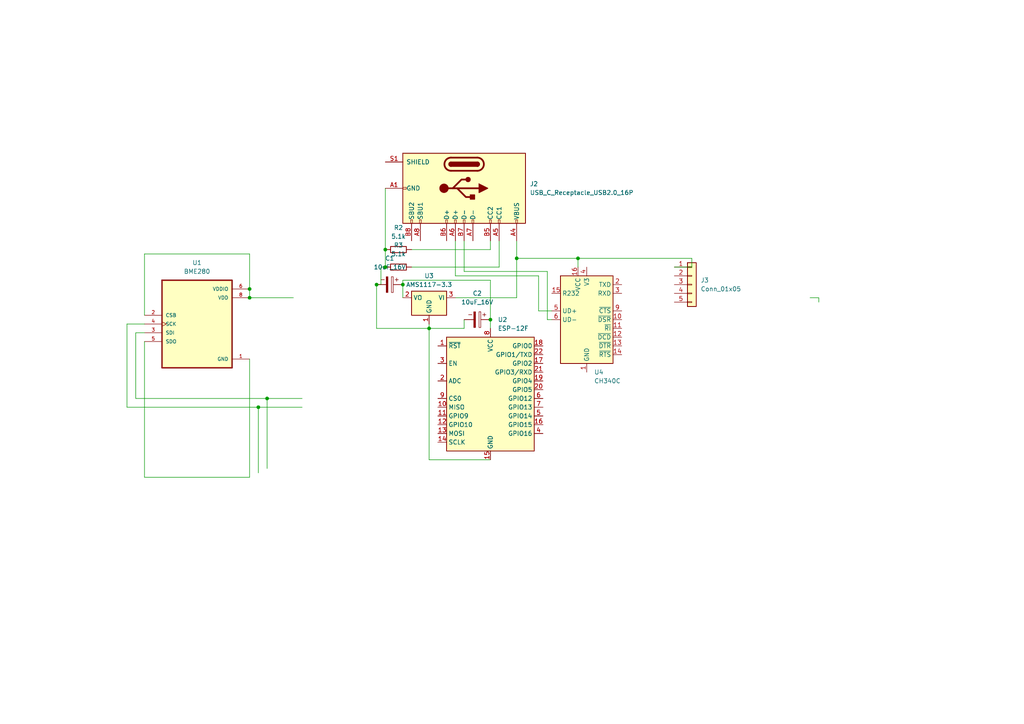
<source format=kicad_sch>
(kicad_sch (version 20250114) (generator "eeschema") (generator_version "9.0")
  (paper "A4")
  (lib_symbols
    (symbol "BME280:BME280" (pin_names (offset 1.016))
      (property "Reference" "U" (at -10.1662 13.3431 0))
      (property "Value" "BME280" (at -10.1683 -15.2524 0))
      (symbol "BME280_0_0"
        (rectangle (start -10.16 -12.7) (end 10.16 12.7) (stroke (width 0.4064)) (fill (type background)))
        (pin input line (at -15.24 2.54 0) (length 5.08) (name "CSB") (number "2"))
        (pin input clock (at -15.24 0 0) (length 5.08) (name "SCK") (number "4"))
        (pin bidirectional line (at -15.24 -2.54 0) (length 5.08) (name "SDI") (number "3"))
        (pin bidirectional line (at -15.24 -5.08 0) (length 5.08) (name "SDO") (number "5"))
        (pin power_in line (at 15.24 10.16 180) (length 5.08) (name "VDDIO") (number "6"))
        (pin power_in line (at 15.24 7.62 180) (length 5.08) (name "VDD") (number "8"))
        (pin power_in line (at 15.24 -10.16 180) (length 5.08) (name "GND") (number "1"))
        (pin power_in line (at 15.24 -10.16 180) (length 5.08) (hide yes) (name "GND") (number "7"))
      )
    )
    (symbol "Connector:USB_C_Receptacle_USB2.0_16P" (pin_names (offset 1.016))
      (property "Reference" "J" (at 0 22.225 0))
      (property "Value" "USB_C_Receptacle_USB2.0_16P" (at 0 19.685 0))
      (symbol "USB_C_Receptacle_USB2.0_16P_0_0"
        (rectangle (start -0.254 -17.78) (end 0.254 -16.764))
        (rectangle (start 10.16 15.494) (end 9.144 14.986))
        (rectangle (start 10.16 10.414) (end 9.144 9.906))
        (rectangle (start 10.16 7.874) (end 9.144 7.366))
        (rectangle (start 10.16 2.794) (end 9.144 2.286))
        (rectangle (start 10.16 0.254) (end 9.144 -0.254))
        (rectangle (start 10.16 -2.286) (end 9.144 -2.794))
        (rectangle (start 10.16 -4.826) (end 9.144 -5.334))
        (rectangle (start 10.16 -12.446) (end 9.144 -12.954))
        (rectangle (start 10.16 -14.986) (end 9.144 -15.494))
      )
      (symbol "USB_C_Receptacle_USB2.0_16P_0_1"
        (rectangle (start -10.16 17.78) (end 10.16 -17.78) (stroke (width 0.254)) (fill (type background)))
        (polyline (pts (xy -8.89 -3.81) (xy -8.89 3.81)) (stroke (width 0.508)))
        (rectangle (start -7.62 -3.81) (end -6.35 3.81) (stroke (width 0.254)) (fill (type outline)))
        (arc (start -7.62 3.81) (mid -6.985 4.4423) (end -6.35 3.81) (stroke (width 0.254)))
        (arc (start -7.62 3.81) (mid -6.985 4.4423) (end -6.35 3.81) (stroke (width 0.254)) (fill (type outline)))
        (arc (start -8.89 3.81) (mid -6.985 5.7067) (end -5.08 3.81) (stroke (width 0.508)))
        (arc (start -5.08 -3.81) (mid -6.985 -5.7067) (end -8.89 -3.81) (stroke (width 0.508)))
        (arc (start -6.35 -3.81) (mid -6.985 -4.4423) (end -7.62 -3.81) (stroke (width 0.254)))
        (arc (start -6.35 -3.81) (mid -6.985 -4.4423) (end -7.62 -3.81) (stroke (width 0.254)) (fill (type outline)))
        (polyline (pts (xy -5.08 3.81) (xy -5.08 -3.81)) (stroke (width 0.508)))
        (circle (center -2.54 1.143) (radius 0.635) (stroke (width 0.254)) (fill (type outline)))
        (polyline (pts (xy -1.27 4.318) (xy 0 6.858) (xy 1.27 4.318) (xy -1.27 4.318)) (stroke (width 0.254)) (fill (type outline)))
        (polyline (pts (xy 0 -2.032) (xy 2.54 0.508) (xy 2.54 1.778)) (stroke (width 0.508)))
        (polyline (pts (xy 0 -3.302) (xy -2.54 -0.762) (xy -2.54 0.508)) (stroke (width 0.508)))
        (polyline (pts (xy 0 -5.842) (xy 0 4.318)) (stroke (width 0.508)))
        (circle (center 0 -5.842) (radius 1.27) (fill (type outline)))
        (rectangle (start 1.905 1.778) (end 3.175 3.048) (stroke (width 0.254)) (fill (type outline)))
      )
      (symbol "USB_C_Receptacle_USB2.0_16P_1_1"
        (pin passive line (at -7.62 -22.86 90) (length 5.08) (name "SHIELD") (number "S1"))
        (pin passive line (at 0 -22.86 90) (length 5.08) (name "GND") (number "A1"))
        (pin passive line (at 0 -22.86 90) (length 5.08) (hide yes) (name "GND") (number "A12"))
        (pin passive line (at 0 -22.86 90) (length 5.08) (hide yes) (name "GND") (number "B1"))
        (pin passive line (at 0 -22.86 90) (length 5.08) (hide yes) (name "GND") (number "B12"))
        (pin passive line (at 15.24 15.24 180) (length 5.08) (name "VBUS") (number "A4"))
        (pin passive line (at 15.24 15.24 180) (length 5.08) (hide yes) (name "VBUS") (number "A9"))
        (pin passive line (at 15.24 15.24 180) (length 5.08) (hide yes) (name "VBUS") (number "B4"))
        (pin passive line (at 15.24 15.24 180) (length 5.08) (hide yes) (name "VBUS") (number "B9"))
        (pin bidirectional line (at 15.24 10.16 180) (length 5.08) (name "CC1") (number "A5"))
        (pin bidirectional line (at 15.24 7.62 180) (length 5.08) (name "CC2") (number "B5"))
        (pin bidirectional line (at 15.24 2.54 180) (length 5.08) (name "D-") (number "A7"))
        (pin bidirectional line (at 15.24 0 180) (length 5.08) (name "D-") (number "B7"))
        (pin bidirectional line (at 15.24 -2.54 180) (length 5.08) (name "D+") (number "A6"))
        (pin bidirectional line (at 15.24 -5.08 180) (length 5.08) (name "D+") (number "B6"))
        (pin bidirectional line (at 15.24 -12.7 180) (length 5.08) (name "SBU1") (number "A8"))
        (pin bidirectional line (at 15.24 -15.24 180) (length 5.08) (name "SBU2") (number "B8"))
      )
    )
    (symbol "Connector_Generic:Conn_01x05" (pin_names (offset 1.016) (hide yes))
      (property "Reference" "J" (at 0 7.62 0))
      (property "Value" "Conn_01x05" (at 0 -7.62 0))
      (symbol "Conn_01x05_1_1"
        (rectangle (start -1.27 6.35) (end 1.27 -6.35) (stroke (width 0.254)) (fill (type background)))
        (rectangle (start -1.27 5.207) (end 0 4.953) (stroke (width 0.1524)))
        (rectangle (start -1.27 2.667) (end 0 2.413) (stroke (width 0.1524)))
        (rectangle (start -1.27 0.127) (end 0 -0.127) (stroke (width 0.1524)))
        (rectangle (start -1.27 -2.413) (end 0 -2.667) (stroke (width 0.1524)))
        (rectangle (start -1.27 -4.953) (end 0 -5.207) (stroke (width 0.1524)))
        (pin passive line (at -5.08 5.08 0) (length 3.81) (name "Pin_1") (number "1"))
        (pin passive line (at -5.08 2.54 0) (length 3.81) (name "Pin_2") (number "2"))
        (pin passive line (at -5.08 0 0) (length 3.81) (name "Pin_3") (number "3"))
        (pin passive line (at -5.08 -2.54 0) (length 3.81) (name "Pin_4") (number "4"))
        (pin passive line (at -5.08 -5.08 0) (length 3.81) (name "Pin_5") (number "5"))
      )
    )
    (symbol "Interface_USB:CH340C"
      (property "Reference" "U" (at -5.08 13.97 0))
      (property "Value" "CH340C" (at 1.27 13.97 0))
      (symbol "CH340C_0_1"
        (rectangle (start -7.62 12.7) (end 7.62 -12.7) (stroke (width 0.254)) (fill (type background)))
      )
      (symbol "CH340C_1_1"
        (pin input line (at -10.16 7.62 0) (length 2.54) (name "R232") (number "15"))
        (pin bidirectional line (at -10.16 2.54 0) (length 2.54) (name "UD+") (number "5"))
        (pin bidirectional line (at -10.16 0 0) (length 2.54) (name "UD-") (number "6"))
        (pin no_connect line (at -7.62 -5.08 0) (length 2.54) (hide yes) (name "NC") (number "7"))
        (pin no_connect line (at -7.62 -7.62 0) (length 2.54) (hide yes) (name "NC") (number "8"))
        (pin power_in line (at -2.54 15.24 270) (length 2.54) (name "VCC") (number "16"))
        (pin power_out line (at 0 15.24 270) (length 2.54) (name "V3") (number "4"))
        (pin power_in line (at 0 -15.24 90) (length 2.54) (name "GND") (number "1"))
        (pin output line (at 10.16 10.16 180) (length 2.54) (name "TXD") (number "2"))
        (pin input line (at 10.16 7.62 180) (length 2.54) (name "RXD") (number "3"))
        (pin input line (at 10.16 2.54 180) (length 2.54) (name "~{CTS}") (number "9"))
        (pin input line (at 10.16 0 180) (length 2.54) (name "~{DSR}") (number "10"))
        (pin input line (at 10.16 -2.54 180) (length 2.54) (name "~{RI}") (number "11"))
        (pin input line (at 10.16 -5.08 180) (length 2.54) (name "~{DCD}") (number "12"))
        (pin output line (at 10.16 -7.62 180) (length 2.54) (name "~{DTR}") (number "13"))
        (pin output line (at 10.16 -10.16 180) (length 2.54) (name "~{RTS}") (number "14"))
      )
    )
    (symbol "PCM_SL_Capacitors:10uF_16V"
      (property "Reference" "C" (at 0 7.62 0))
      (property "Value" "10uF_16V" (at 0 5.08 0))
      (symbol "10uF_16V_0_0"
        (text "+" (at -2.032 1.524 0) (effects (font (size 1.27 1.27))))
        (text "-" (at 2.032 1.524 0) (effects (font (size 1.27 1.27))))
      )
      (symbol "10uF_16V_0_1"
        (rectangle (start -1.016 -2.286) (end -0.508 2.286))
        (rectangle (start 0.508 -2.286) (end 1.016 2.286) (fill (type outline)))
      )
      (symbol "10uF_16V_1_1"
        (pin passive line (at -3.81 0 0) (length 2.7) (name "~") (number "1"))
        (pin input line (at 3.81 0 180) (length 2.7) (name "~") (number "2"))
      )
    )
    (symbol "PCM_SL_Resistors:Resistor"
      (property "Reference" "R" (at 0 5.08 0))
      (property "Value" "Resistor" (at 0 2.54 0))
      (symbol "Resistor_0_1"
        (rectangle (start -2.286 0.889) (end 2.286 -0.889) (stroke (width 0.24)))
      )
      (symbol "Resistor_1_1"
        (pin passive line (at -3.81 0 0) (length 1.5) (name "") (number "1"))
        (pin passive line (at 3.81 0 180) (length 1.5) (name "~") (number "2"))
      )
    )
    (symbol "RF_Module:ESP-12F"
      (property "Reference" "U" (at -12.7 19.05 0))
      (property "Value" "ESP-12F" (at 12.7 19.05 0))
      (symbol "ESP-12F_0_1"
        (rectangle (start -12.7 17.78) (end 12.7 -15.24) (stroke (width 0.254)) (fill (type background)))
      )
      (symbol "ESP-12F_1_1"
        (pin input line (at -15.24 15.24 0) (length 2.54) (name "~{RST}") (number "1"))
        (pin input line (at -15.24 10.16 0) (length 2.54) (name "EN") (number "3"))
        (pin input line (at -15.24 5.08 0) (length 2.54) (name "ADC") (number "2"))
        (pin input line (at -15.24 0 0) (length 2.54) (name "CS0") (number "9"))
        (pin bidirectional line (at -15.24 -2.54 0) (length 2.54) (name "MISO") (number "10"))
        (pin bidirectional line (at -15.24 -5.08 0) (length 2.54) (name "GPIO9") (number "11"))
        (pin bidirectional line (at -15.24 -7.62 0) (length 2.54) (name "GPIO10") (number "12"))
        (pin bidirectional line (at -15.24 -10.16 0) (length 2.54) (name "MOSI") (number "13"))
        (pin bidirectional line (at -15.24 -12.7 0) (length 2.54) (name "SCLK") (number "14"))
        (pin power_in line (at 0 20.32 270) (length 2.54) (name "VCC") (number "8"))
        (pin power_in line (at 0 -17.78 90) (length 2.54) (name "GND") (number "15"))
        (pin bidirectional line (at 15.24 15.24 180) (length 2.54) (name "GPIO0") (number "18"))
        (pin bidirectional line (at 15.24 12.7 180) (length 2.54) (name "GPIO1/TXD") (number "22"))
        (pin bidirectional line (at 15.24 10.16 180) (length 2.54) (name "GPIO2") (number "17"))
        (pin bidirectional line (at 15.24 7.62 180) (length 2.54) (name "GPIO3/RXD") (number "21"))
        (pin bidirectional line (at 15.24 5.08 180) (length 2.54) (name "GPIO4") (number "19"))
        (pin bidirectional line (at 15.24 2.54 180) (length 2.54) (name "GPIO5") (number "20"))
        (pin bidirectional line (at 15.24 0 180) (length 2.54) (name "GPIO12") (number "6"))
        (pin bidirectional line (at 15.24 -2.54 180) (length 2.54) (name "GPIO13") (number "7"))
        (pin bidirectional line (at 15.24 -5.08 180) (length 2.54) (name "GPIO14") (number "5"))
        (pin bidirectional line (at 15.24 -7.62 180) (length 2.54) (name "GPIO15") (number "16"))
        (pin bidirectional line (at 15.24 -10.16 180) (length 2.54) (name "GPIO16") (number "4"))
      )
    )
    (symbol "Regulator_Linear:AMS1117-3.3"
      (property "Reference" "U" (at -3.81 3.175 0))
      (property "Value" "AMS1117-3.3" (at 0 3.175 0))
      (symbol "AMS1117-3.3_0_1"
        (rectangle (start -5.08 -5.08) (end 5.08 1.905) (stroke (width 0.254)) (fill (type background)))
      )
      (symbol "AMS1117-3.3_1_1"
        (pin power_in line (at -7.62 0 0) (length 2.54) (name "VI") (number "3"))
        (pin power_in line (at 0 -7.62 90) (length 2.54) (name "GND") (number "1"))
        (pin power_out line (at 7.62 0 180) (length 2.54) (name "VO") (number "2"))
      )
    )
  )
  (junction (at 111.76 72.39))
  (junction (at 167.64 74.93))
  (junction (at 74.93 118.11))
  (junction (at 142.24 92.71))
  (junction (at 72.39 83.82))
  (junction (at 109.22 82.55))
  (junction (at 77.47 115.57))
  (junction (at 72.39 86.36))
  (junction (at 116.84 82.55))
  (junction (at 124.46 95.25))
  (junction (at 149.86 74.93))
  (junction (at 111.76 77.47))
  (wire (pts (xy 74.93 118.11) (xy 87.63 118.11)))
  (wire (pts (xy 142.24 81.28) (xy 142.24 92.71)))
  (wire (pts (xy 39.37 115.57) (xy 77.47 115.57)))
  (wire (pts (xy 39.37 96.52) (xy 39.37 115.57)))
  (wire (pts (xy 119.38 72.39) (xy 142.24 72.39)))
  (wire (pts (xy 132.08 80.01) (xy 156.21 80.01)))
  (wire (pts (xy 41.91 91.44) (xy 41.91 73.66)))
  (wire (pts (xy 77.47 115.57) (xy 87.63 115.57)))
  (wire (pts (xy 124.46 95.25) (xy 124.46 133.35)))
  (wire (pts (xy 158.75 78.74) (xy 158.75 92.71)))
  (wire (pts (xy 149.86 74.93) (xy 149.86 86.36)))
  (wire (pts (xy 72.39 83.82) (xy 72.39 86.36)))
  (wire (pts (xy 116.84 82.55) (xy 116.84 81.28)))
  (wire (pts (xy 132.08 69.85) (xy 132.08 80.01)))
  (wire (pts (xy 111.76 54.61) (xy 111.76 72.39)))
  (wire (pts (xy 167.64 74.93) (xy 149.86 74.93)))
  (wire (pts (xy 41.91 138.43) (xy 72.39 138.43)))
  (wire (pts (xy 41.91 96.52) (xy 39.37 96.52)))
  (wire (pts (xy 119.38 77.47) (xy 144.78 77.47)))
  (wire (pts (xy 110.49 77.47) (xy 111.76 77.47)))
  (wire (pts (xy 74.93 137.16) (xy 74.93 118.11)))
  (wire (pts (xy 72.39 86.36) (xy 85.09 86.36)))
  (wire (pts (xy 110.49 77.47) (xy 110.49 82.55)))
  (wire (pts (xy 77.47 135.89) (xy 77.47 115.57)))
  (wire (pts (xy 109.22 95.25) (xy 124.46 95.25)))
  (wire (pts (xy 134.62 69.85) (xy 134.62 78.74)))
  (wire (pts (xy 200.66 77.47) (xy 200.66 74.93)))
  (wire (pts (xy 237.49 87.63) (xy 237.49 86.36)))
  (wire (pts (xy 200.66 74.93) (xy 167.64 74.93)))
  (wire (pts (xy 237.49 86.36) (xy 234.95 86.36)))
  (wire (pts (xy 134.62 92.71) (xy 134.62 95.25)))
  (wire (pts (xy 124.46 133.35) (xy 142.24 133.35)))
  (wire (pts (xy 156.21 90.17) (xy 160.02 90.17)))
  (wire (pts (xy 72.39 104.14) (xy 72.39 138.43)))
  (wire (pts (xy 72.39 73.66) (xy 72.39 83.82)))
  (wire (pts (xy 41.91 93.98) (xy 36.83 93.98)))
  (wire (pts (xy 144.78 77.47) (xy 144.78 69.85)))
  (wire (pts (xy 109.22 82.55) (xy 109.22 95.25)))
  (wire (pts (xy 134.62 95.25) (xy 124.46 95.25)))
  (wire (pts (xy 124.46 93.98) (xy 124.46 95.25)))
  (wire (pts (xy 41.91 73.66) (xy 72.39 73.66)))
  (wire (pts (xy 132.08 86.36) (xy 149.86 86.36)))
  (wire (pts (xy 142.24 92.71) (xy 142.24 95.25)))
  (wire (pts (xy 158.75 92.71) (xy 160.02 92.71)))
  (wire (pts (xy 116.84 81.28) (xy 142.24 81.28)))
  (wire (pts (xy 167.64 74.93) (xy 167.64 77.47)))
  (wire (pts (xy 149.86 69.85) (xy 149.86 74.93)))
  (wire (pts (xy 156.21 80.01) (xy 156.21 90.17)))
  (wire (pts (xy 111.76 72.39) (xy 111.76 77.47)))
  (wire (pts (xy 41.91 99.06) (xy 41.91 138.43)))
  (wire (pts (xy 109.22 82.55) (xy 110.49 82.55)))
  (wire (pts (xy 134.62 78.74) (xy 158.75 78.74)))
  (wire (pts (xy 116.84 86.36) (xy 116.84 82.55)))
  (wire (pts (xy 36.83 93.98) (xy 36.83 118.11)))
  (wire (pts (xy 36.83 118.11) (xy 74.93 118.11)))
  (wire (pts (xy 142.24 72.39) (xy 142.24 69.85)))
  (wire (pts (xy 200.66 77.47) (xy 195.58 77.47)))
  (symbol (lib_id "Connector_Generic:Conn_01x05") (at 200.66 82.55 0) (unit 1)
    (property "Reference" "J3" (at 203.2 81.2799 0) (effects (justify left)))
    (property "Value" "Conn_01x05" (at 203.2 83.8199 0) (effects (justify left)))
    (property "Description" "Generic connector, single row, 01x05, script generated (kicad-library-utils/schlib/autogen/connector/)" (effects (hide yes)))
  )
  (symbol (lib_id "Regulator_Linear:AMS1117-3.3") (at 124.46 86.36 0) (mirror y) (unit 1)
    (property "Reference" "U3" (at 124.46 80.01 0))
    (property "Value" "AMS1117-3.3" (at 124.46 82.55 0))
    (property "Footprint" "Package_TO_SOT_SMD:SOT-223-3_TabPin2" (effects (hide yes)))
    (property "Datasheet" "http://www.advanced-monolithic.com/pdf/ds1117.pdf" (effects (hide yes)))
    (property "Description" "1A Low Dropout regulator, positive, 3.3V fixed output, SOT-223" (effects (hide yes)))
  )
  (symbol (lib_id "Connector:USB_C_Receptacle_USB2.0_16P") (at 134.62 54.61 270) (unit 1)
    (property "Reference" "J2" (at 153.67 53.3399 90) (effects (justify left)))
    (property "Value" "USB_C_Receptacle_USB2.0_16P" (at 153.67 55.8799 90) (effects (justify left)))
    (property "Datasheet" "https://www.usb.org/sites/default/files/documents/usb_type-c.zip" (effects (hide yes)))
    (property "Description" "USB 2.0-only 16P Type-C Receptacle connector" (effects (hide yes)))
  )
  (symbol (lib_id "RF_Module:ESP-12F") (at 142.24 115.57 0) (unit 1)
    (property "Reference" "U2" (at 144.3833 92.71 0) (effects (justify left)))
    (property "Value" "ESP-12F" (at 144.3833 95.25 0) (effects (justify left)))
    (property "Footprint" "RF_Module:ESP-12E" (effects (hide yes)))
    (property "Datasheet" "http://wiki.ai-thinker.com/_media/esp8266/esp8266_series_modules_user_manual_v1.1.pdf" (effects (hide yes)))
    (property "Description" "802.11 b/g/n Wi-Fi Module" (effects (hide yes)))
  )
  (symbol (lib_id "PCM_SL_Capacitors:10uF_16V") (at 113.03 82.55 0) (mirror y) (unit 1)
    (property "Reference" "C1" (at 113.03 74.93 0))
    (property "Value" "10uF_16V" (at 113.03 77.47 0))
    (property "Footprint" "Capacitor_THT:CP_Radial_D5.0mm_P2.00mm" (effects (hide yes)))
    (property "Description" "10uF, 16V Electrolytic Capacitor" (effects (hide yes)))
  )
  (symbol (lib_id "PCM_SL_Resistors:Resistor") (at 115.57 77.47 0) (unit 1)
    (property "Reference" "R3" (at 115.57 71.12 0))
    (property "Value" "5.1k" (at 115.57 73.66 0))
    (property "Footprint" "Resistor_THT:R_Axial_DIN0207_L6.3mm_D2.5mm_P10.16mm_Horizontal" (effects (hide yes)))
    (property "Description" "1/4W Resistor" (effects (hide yes)))
  )
  (symbol (lib_id "BME280:BME280") (at 57.15 93.98 0) (unit 1)
    (property "Reference" "U1" (at 57.15 76.2 0))
    (property "Value" "BME280" (at 57.15 78.74 0))
    (property "Footprint" "BME280:PSON65P250X250X100-8N" (effects (hide yes)))
    (property "DigiKey_Part_Number" "828-1063-1-ND" (effects (hide yes)))
    (property "MF" "Bosch" (effects (hide yes)))
    (property "DESCRIPTION" "Integrated pressure, humidity and temperature sensor; 8-pin 2.5x2.5x0.93mm LGA" (effects (hide yes)))
    (property "PACKAGE" "LGA-8 Bosch" (effects (hide yes)))
    (property "PRICE" "4.94 USD" (effects (hide yes)))
    (property "Package" "LGA-8 Bosch" (effects (hide yes)))
    (property "Check_prices" "https://www.snapeda.com/parts/BME280/Bosch/view-part/?ref=eda" (effects (hide yes)))
    (property "STANDARD" "IPC-7351B" (effects (hide yes)))
    (property "SnapEDA_Link" "https://www.snapeda.com/parts/BME280/Bosch/view-part/?ref=snap" (effects (hide yes)))
    (property "MP" "BME280" (effects (hide yes)))
    (property "AVAILABILITY" "Good" (effects (hide yes)))
    (property "Description_1" "Board Mount Humidity Sensors MEMS humidity, pressure and temperature sensor" (effects (hide yes)))
  )
  (symbol (lib_id "Interface_USB:CH340C") (at 170.18 92.71 0) (unit 1)
    (property "Reference" "U4" (at 172.3233 107.95 0) (effects (justify left)))
    (property "Value" "CH340C" (at 172.3233 110.49 0) (effects (justify left)))
    (property "Footprint" "Package_SO:SOIC-16_3.9x9.9mm_P1.27mm" (effects (hide yes)))
    (property "Datasheet" "https://datasheet.lcsc.com/szlcsc/Jiangsu-Qin-Heng-CH340C_C84681.pdf" (effects (hide yes)))
    (property "Description" "USB serial converter, crystal-less, UART, SOIC-16" (effects (hide yes)))
  )
  (symbol (lib_id "PCM_SL_Capacitors:10uF_16V") (at 138.43 92.71 0) (mirror y) (unit 1)
    (property "Reference" "C2" (at 138.43 85.09 0))
    (property "Value" "10uF_16V" (at 138.43 87.63 0))
    (property "Footprint" "Capacitor_THT:CP_Radial_D5.0mm_P2.00mm" (effects (hide yes)))
    (property "Description" "10uF, 16V Electrolytic Capacitor" (effects (hide yes)))
  )
  (symbol (lib_id "PCM_SL_Resistors:Resistor") (at 115.57 72.39 0) (unit 1)
    (property "Reference" "R2" (at 115.57 66.04 0))
    (property "Value" "5.1k" (at 115.57 68.58 0))
    (property "Footprint" "Resistor_THT:R_Axial_DIN0207_L6.3mm_D2.5mm_P10.16mm_Horizontal" (effects (hide yes)))
    (property "Description" "1/4W Resistor" (effects (hide yes)))
  )
)
</source>
